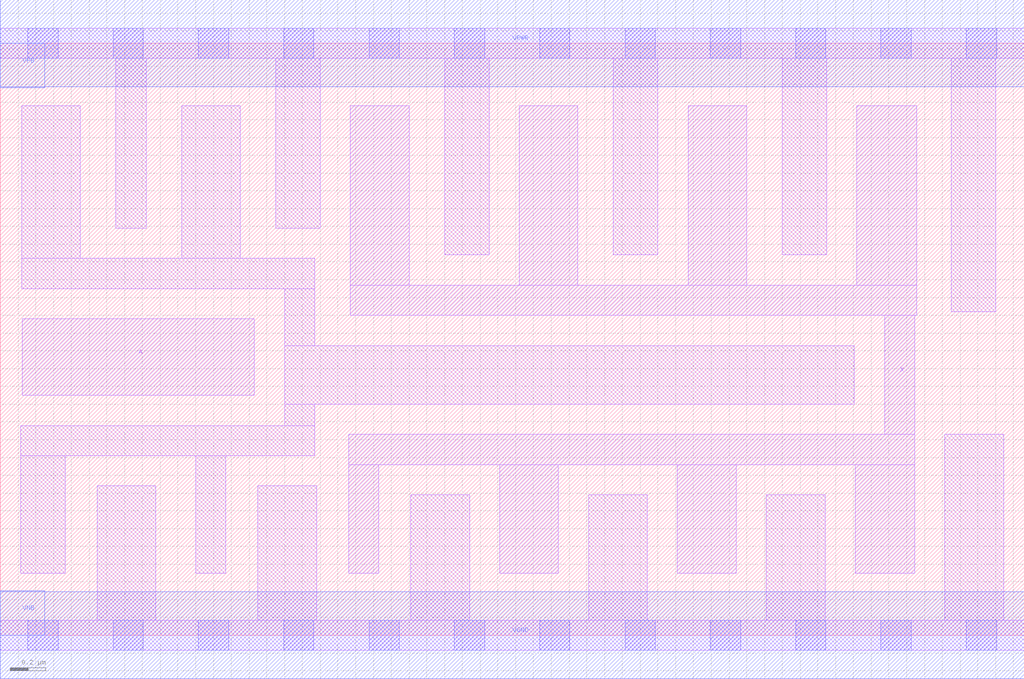
<source format=lef>
# Copyright 2020 The SkyWater PDK Authors
#
# Licensed under the Apache License, Version 2.0 (the "License");
# you may not use this file except in compliance with the License.
# You may obtain a copy of the License at
#
#     https://www.apache.org/licenses/LICENSE-2.0
#
# Unless required by applicable law or agreed to in writing, software
# distributed under the License is distributed on an "AS IS" BASIS,
# WITHOUT WARRANTIES OR CONDITIONS OF ANY KIND, either express or implied.
# See the License for the specific language governing permissions and
# limitations under the License.
#
# SPDX-License-Identifier: Apache-2.0

VERSION 5.5 ;
NAMESCASESENSITIVE ON ;
BUSBITCHARS "[]" ;
DIVIDERCHAR "/" ;
MACRO sky130_fd_sc_hs__buf_8
  CLASS CORE ;
  SOURCE USER ;
  ORIGIN  0.000000  0.000000 ;
  SIZE  5.760000 BY  3.330000 ;
  SYMMETRY X Y ;
  SITE unit ;
  PIN A
    ANTENNAGATEAREA  0.837000 ;
    DIRECTION INPUT ;
    USE SIGNAL ;
    PORT
      LAYER li1 ;
        RECT 0.125000 1.350000 1.430000 1.780000 ;
    END
  END A
  PIN X
    ANTENNADIFFAREA  2.249300 ;
    DIRECTION OUTPUT ;
    USE SIGNAL ;
    PORT
      LAYER li1 ;
        RECT 1.960000 0.350000 2.130000 0.960000 ;
        RECT 1.960000 0.960000 5.145000 1.130000 ;
        RECT 1.970000 1.800000 5.155000 1.970000 ;
        RECT 1.970000 1.970000 2.300000 2.980000 ;
        RECT 2.810000 0.350000 3.140000 0.960000 ;
        RECT 2.920000 1.970000 3.250000 2.980000 ;
        RECT 3.810000 0.350000 4.140000 0.960000 ;
        RECT 3.870000 1.970000 4.200000 2.980000 ;
        RECT 4.810000 0.350000 5.145000 0.960000 ;
        RECT 4.820000 1.970000 5.155000 2.980000 ;
        RECT 4.975000 1.130000 5.145000 1.800000 ;
    END
  END X
  PIN VGND
    DIRECTION INOUT ;
    USE GROUND ;
    PORT
      LAYER met1 ;
        RECT 0.000000 -0.245000 5.760000 0.245000 ;
    END
  END VGND
  PIN VNB
    DIRECTION INOUT ;
    USE GROUND ;
    PORT
      LAYER met1 ;
        RECT 0.000000 0.000000 0.250000 0.250000 ;
    END
  END VNB
  PIN VPB
    DIRECTION INOUT ;
    USE POWER ;
    PORT
      LAYER met1 ;
        RECT 0.000000 3.080000 0.250000 3.330000 ;
    END
  END VPB
  PIN VPWR
    DIRECTION INOUT ;
    USE POWER ;
    PORT
      LAYER met1 ;
        RECT 0.000000 3.085000 5.760000 3.575000 ;
    END
  END VPWR
  OBS
    LAYER li1 ;
      RECT 0.000000 -0.085000 5.760000 0.085000 ;
      RECT 0.000000  3.245000 5.760000 3.415000 ;
      RECT 0.115000  0.350000 0.365000 1.010000 ;
      RECT 0.115000  1.010000 1.770000 1.180000 ;
      RECT 0.120000  1.950000 1.770000 2.120000 ;
      RECT 0.120000  2.120000 0.450000 2.980000 ;
      RECT 0.545000  0.085000 0.875000 0.840000 ;
      RECT 0.650000  2.290000 0.820000 3.245000 ;
      RECT 1.020000  2.120000 1.350000 2.980000 ;
      RECT 1.100000  0.350000 1.270000 1.010000 ;
      RECT 1.450000  0.085000 1.780000 0.840000 ;
      RECT 1.550000  2.290000 1.800000 3.245000 ;
      RECT 1.600000  1.180000 1.770000 1.300000 ;
      RECT 1.600000  1.300000 4.805000 1.630000 ;
      RECT 1.600000  1.630000 1.770000 1.950000 ;
      RECT 2.310000  0.085000 2.640000 0.790000 ;
      RECT 2.500000  2.140000 2.750000 3.245000 ;
      RECT 3.310000  0.085000 3.640000 0.790000 ;
      RECT 3.450000  2.140000 3.700000 3.245000 ;
      RECT 4.310000  0.085000 4.640000 0.790000 ;
      RECT 4.400000  2.140000 4.650000 3.245000 ;
      RECT 5.315000  0.085000 5.645000 1.130000 ;
      RECT 5.350000  1.820000 5.600000 3.245000 ;
    LAYER mcon ;
      RECT 0.155000 -0.085000 0.325000 0.085000 ;
      RECT 0.155000  3.245000 0.325000 3.415000 ;
      RECT 0.635000 -0.085000 0.805000 0.085000 ;
      RECT 0.635000  3.245000 0.805000 3.415000 ;
      RECT 1.115000 -0.085000 1.285000 0.085000 ;
      RECT 1.115000  3.245000 1.285000 3.415000 ;
      RECT 1.595000 -0.085000 1.765000 0.085000 ;
      RECT 1.595000  3.245000 1.765000 3.415000 ;
      RECT 2.075000 -0.085000 2.245000 0.085000 ;
      RECT 2.075000  3.245000 2.245000 3.415000 ;
      RECT 2.555000 -0.085000 2.725000 0.085000 ;
      RECT 2.555000  3.245000 2.725000 3.415000 ;
      RECT 3.035000 -0.085000 3.205000 0.085000 ;
      RECT 3.035000  3.245000 3.205000 3.415000 ;
      RECT 3.515000 -0.085000 3.685000 0.085000 ;
      RECT 3.515000  3.245000 3.685000 3.415000 ;
      RECT 3.995000 -0.085000 4.165000 0.085000 ;
      RECT 3.995000  3.245000 4.165000 3.415000 ;
      RECT 4.475000 -0.085000 4.645000 0.085000 ;
      RECT 4.475000  3.245000 4.645000 3.415000 ;
      RECT 4.955000 -0.085000 5.125000 0.085000 ;
      RECT 4.955000  3.245000 5.125000 3.415000 ;
      RECT 5.435000 -0.085000 5.605000 0.085000 ;
      RECT 5.435000  3.245000 5.605000 3.415000 ;
  END
END sky130_fd_sc_hs__buf_8

</source>
